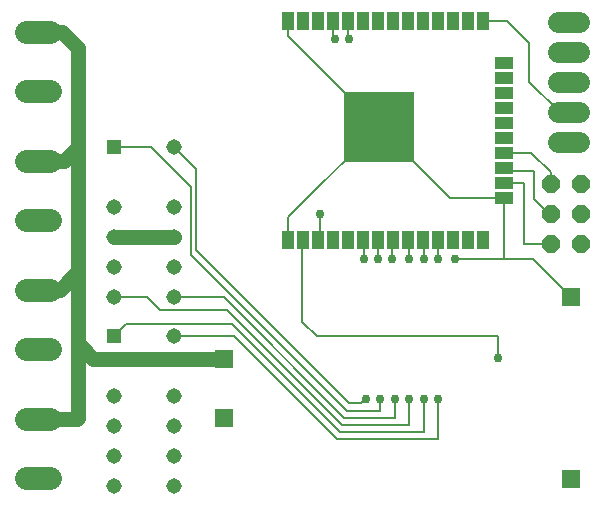
<source format=gbr>
G04 EAGLE Gerber RS-274X export*
G75*
%MOMM*%
%FSLAX34Y34*%
%LPD*%
%INTop Copper*%
%IPPOS*%
%AMOC8*
5,1,8,0,0,1.08239X$1,22.5*%
G01*
%ADD10R,1.524000X1.524000*%
%ADD11C,1.981200*%
%ADD12C,1.800000*%
%ADD13R,1.000000X1.500000*%
%ADD14R,1.500000X1.000000*%
%ADD15R,6.000000X6.000000*%
%ADD16P,1.649562X8X292.500000*%
%ADD17R,1.308000X1.308000*%
%ADD18C,1.308000*%
%ADD19C,1.270000*%
%ADD20C,0.152400*%
%ADD21C,0.756400*%


D10*
X353380Y98660D03*
X353380Y48660D03*
X647380Y150660D03*
X647380Y-3340D03*
D11*
X205486Y375666D02*
X185674Y375666D01*
X185674Y325628D02*
X205486Y325628D01*
X205486Y266446D02*
X185674Y266446D01*
X185674Y216408D02*
X205486Y216408D01*
X205486Y157226D02*
X185674Y157226D01*
X185674Y107188D02*
X205486Y107188D01*
X205486Y48006D02*
X185674Y48006D01*
X185674Y-2032D02*
X205486Y-2032D01*
D12*
X636160Y383540D02*
X654160Y383540D01*
X654160Y358140D02*
X636160Y358140D01*
X636160Y332740D02*
X654160Y332740D01*
X654160Y307340D02*
X636160Y307340D01*
X636160Y281940D02*
X654160Y281940D01*
D13*
X445620Y199600D03*
X458320Y199600D03*
X471020Y199600D03*
X483720Y199600D03*
X496420Y199600D03*
X509120Y199600D03*
X521820Y199600D03*
X534520Y199600D03*
D14*
X590020Y349400D03*
D13*
X572620Y384600D03*
X559920Y384600D03*
X547220Y384600D03*
X534520Y384600D03*
X521820Y384600D03*
X509120Y384600D03*
X496420Y384600D03*
D14*
X590020Y260500D03*
D13*
X547220Y199600D03*
X559920Y199600D03*
X572620Y199600D03*
D14*
X590020Y235100D03*
X590020Y247800D03*
D13*
X432920Y199600D03*
X420220Y199600D03*
X407520Y199600D03*
D14*
X590020Y273200D03*
X590020Y285900D03*
X590020Y298600D03*
X590020Y336700D03*
X590020Y324000D03*
X590020Y311300D03*
D13*
X483720Y384600D03*
X471020Y384600D03*
X458320Y384600D03*
X445620Y384600D03*
X432920Y384600D03*
X420220Y384600D03*
X407520Y384600D03*
D15*
X484520Y295100D03*
D16*
X629920Y246380D03*
X655320Y246380D03*
X629920Y220980D03*
X655320Y220980D03*
X629920Y195580D03*
X655320Y195580D03*
D17*
X260080Y277860D03*
D18*
X310880Y277860D03*
X260080Y201660D03*
X260080Y150860D03*
X310880Y227060D03*
X310880Y176260D03*
X310880Y201660D03*
X260080Y227060D03*
X260080Y176260D03*
X310880Y150860D03*
D17*
X260080Y117840D03*
D18*
X310880Y117840D03*
X260080Y41640D03*
X260080Y-9160D03*
X310880Y67040D03*
X310880Y16240D03*
X310880Y41640D03*
X260080Y67040D03*
X260080Y16240D03*
X310880Y-9160D03*
D19*
X215646Y375666D02*
X195580Y375666D01*
X215646Y375666D02*
X229616Y361696D01*
X229616Y278384D01*
X229616Y172720D01*
X229616Y111760D01*
X229616Y48768D01*
X228854Y48006D01*
X195580Y48006D01*
X195580Y266446D02*
X217678Y266446D01*
X229616Y278384D01*
X214122Y157226D02*
X195580Y157226D01*
X214122Y157226D02*
X229616Y172720D01*
X242716Y98660D02*
X353380Y98660D01*
X242716Y98660D02*
X229616Y111760D01*
X260080Y201660D02*
X310880Y201660D01*
D20*
X590020Y183620D02*
X590020Y235100D01*
D21*
X548640Y182880D03*
D20*
X589280Y182880D01*
X590020Y183620D01*
X589280Y182880D02*
X615160Y182880D01*
X647380Y150660D01*
X590020Y235100D02*
X544520Y235100D01*
X484520Y295100D01*
X407520Y372100D02*
X407520Y384600D01*
X407520Y372100D02*
X484298Y295322D01*
X484520Y295100D01*
X407520Y218544D02*
X407520Y199600D01*
X407520Y218544D02*
X484298Y295322D01*
X420220Y199600D02*
X419538Y198918D01*
X419538Y130193D01*
X431875Y117856D01*
X585216Y117856D01*
X585216Y99568D01*
D21*
X585216Y99568D03*
X434848Y221488D03*
D20*
X434848Y201528D01*
X432920Y199600D01*
D21*
X447040Y369824D03*
D20*
X445620Y371244D01*
X445620Y384600D01*
D21*
X459232Y369824D03*
D20*
X458320Y370736D01*
X458320Y384600D01*
X637540Y307340D02*
X645160Y307340D01*
X611632Y333248D02*
X611632Y365760D01*
X592792Y384600D01*
X572620Y384600D01*
X611632Y333248D02*
X637540Y307340D01*
X607568Y247800D02*
X590020Y247800D01*
X607568Y247800D02*
X607568Y195580D01*
X629920Y195580D01*
X592456Y258064D02*
X590020Y260500D01*
X592456Y258064D02*
X615696Y258064D01*
X615696Y233680D01*
X628396Y220980D01*
X629920Y220980D01*
X613260Y273200D02*
X590020Y273200D01*
X613260Y273200D02*
X629920Y256540D01*
X629920Y246380D01*
X361712Y117840D02*
X310880Y117840D01*
X361712Y117840D02*
X449072Y30480D01*
X534416Y30480D01*
X534416Y65024D01*
D21*
X534416Y65024D03*
D20*
X288052Y150860D02*
X260080Y150860D01*
X288052Y150860D02*
X298704Y140208D01*
X355600Y140208D01*
X453136Y42672D01*
X510032Y42672D01*
X510032Y65024D01*
D21*
X510032Y65024D03*
X471424Y182880D03*
D20*
X471424Y199600D01*
X471020Y199600D01*
D21*
X483616Y182880D03*
D20*
X483616Y199600D01*
X483720Y199600D01*
D21*
X495808Y182880D03*
D20*
X495808Y198988D01*
X496420Y199600D01*
D21*
X510032Y182880D03*
D20*
X510032Y198688D01*
X509120Y199600D01*
D21*
X522224Y182880D03*
D20*
X522224Y199196D01*
X521820Y199600D01*
D21*
X534416Y182880D03*
D20*
X534416Y199496D01*
X534520Y199600D01*
X270256Y128016D02*
X260080Y117840D01*
X359664Y128016D02*
X451104Y36576D01*
X522224Y36576D01*
X522224Y65024D01*
D21*
X522224Y65024D03*
D20*
X359664Y128016D02*
X270256Y128016D01*
X329184Y259556D02*
X310880Y277860D01*
X329184Y259556D02*
X329184Y191008D01*
X459232Y60960D01*
X469392Y60960D02*
X473456Y65024D01*
X469392Y60960D02*
X459232Y60960D01*
D21*
X473456Y65024D03*
D20*
X291100Y277860D02*
X260080Y277860D01*
X291100Y277860D02*
X325120Y243840D01*
X325120Y186944D01*
X457200Y54864D01*
X485648Y54864D01*
X485648Y65024D01*
D21*
X485648Y65024D03*
D20*
X353076Y150860D02*
X310880Y150860D01*
X353076Y150860D02*
X455168Y48768D01*
X497840Y48768D01*
X497840Y65024D01*
D21*
X497840Y65024D03*
M02*

</source>
